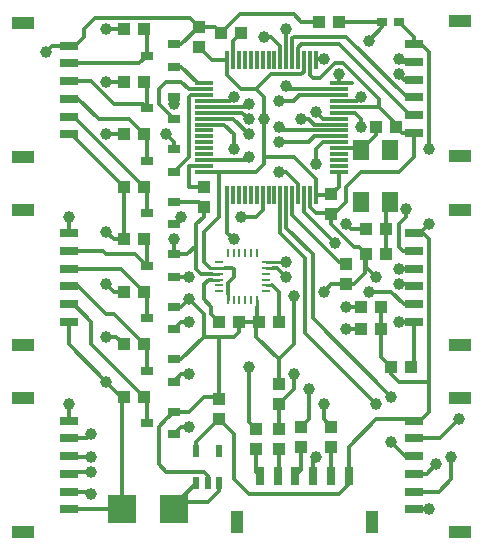
<source format=gbr>
G04 DipTrace Beta 2.3.9.1*
%INTop.gbr*%
%MOMM*%
%ADD10C,0.25*%
%ADD13C,0.3*%
%ADD15R,1.1X1.0*%
%ADD16R,1.0X1.1*%
%ADD18R,2.4X2.4*%
%ADD19R,1.5X0.7*%
%ADD20R,1.9X1.1*%
%ADD21R,0.7X1.5*%
%ADD22R,1.1X1.9*%
%ADD23R,0.9X0.8*%
%ADD26R,1.05X0.65*%
%ADD28R,1.6X0.3*%
%ADD29R,0.3X1.6*%
%ADD30R,0.6X1.1*%
%ADD33R,0.25X0.8*%
%ADD34R,0.8X0.25*%
%ADD36R,1.4X1.8*%
%ADD37C,1.0*%
%FSLAX53Y53*%
G04*
G71*
G90*
G75*
G01*
%LNTop*%
%LPD*%
X20365Y40480D2*
D13*
X15920Y44925D1*
X15715D1*
X20365Y27145D2*
X19730Y27780D1*
X18890D1*
Y32225D2*
X19525Y31590D1*
X20365D1*
Y36035D2*
Y40480D1*
X18890Y36670D2*
X19525Y36035D1*
X20365D1*
X18890Y44925D2*
X20365D1*
X18890Y49370D2*
X20365D1*
X18890Y53815D2*
X20365D1*
X18890Y23970D2*
X20160Y22700D1*
X20365D1*
X18890Y23970D2*
X15715Y27145D1*
Y29050D1*
X20365Y22700D2*
X20205Y22540D1*
Y13175D1*
X15715D2*
X20205D1*
X44925Y30550D2*
X44060D1*
X43020Y31590D1*
X41115D1*
X33495Y45560D2*
X33805Y45250D1*
X38575D1*
Y45750D2*
X36480D1*
X36035Y46195D1*
X35400D1*
X43655Y32225D2*
X44750D1*
X44925Y32050D1*
X38575Y46250D2*
X37250D1*
X36670Y46830D1*
X43655Y33495D2*
X43710Y33550D1*
X44925D1*
Y35050D2*
X44005D1*
X43655Y35400D1*
Y37305D1*
X44290Y37940D1*
Y38575D1*
X40480Y45560D2*
Y46195D1*
X39925Y46750D1*
X38575D1*
X27175Y45750D2*
X28860D1*
X29685Y44925D1*
Y43655D1*
X25875Y20160D2*
X25240D1*
X24605Y19525D1*
X27175Y46250D2*
X29630D1*
X30955Y44925D1*
X25875Y24605D2*
X25240D1*
X24605Y23970D1*
X27175Y46750D2*
X30400D1*
X30955Y46195D1*
X25875Y29050D2*
X25240D1*
X24605Y28415D1*
X27175Y47250D2*
X30740D1*
X30955Y47465D1*
X25875Y32860D2*
X24605D1*
X27175Y47750D2*
X29335D1*
X29685Y48100D1*
X25240Y37940D2*
X24605Y37305D1*
X27175Y48250D2*
X26025D1*
X25875Y48100D1*
Y43020D1*
X24605Y41750D1*
X27175Y48750D2*
X25860D1*
X25240Y49370D1*
X23970D1*
X23335Y48735D1*
Y47465D1*
X24605Y46195D1*
X27175Y49250D2*
X26630D1*
X25240Y50640D1*
X24605D1*
X35125Y51200D2*
Y52270D1*
X35400Y52545D1*
X38575D1*
X44575Y46545D1*
X44925D1*
X34625Y51200D2*
Y53040D1*
X34765Y53180D1*
X39210D1*
X44345Y48045D1*
X44925D1*
X34125Y51200D2*
Y53815D1*
X43655Y50005D2*
X44115Y49545D1*
X44925D1*
X33625Y51200D2*
Y52415D1*
X32860Y53180D1*
X32225D1*
X43655Y51275D2*
X43885Y51045D1*
X44925D1*
X22065Y49370D2*
X22305Y49130D1*
Y47145D1*
X21985Y47465D1*
X19525D1*
X17565Y49425D1*
X15715D1*
X22305Y51590D2*
X21640Y50925D1*
X15715D1*
X22065Y53815D2*
X22305Y53575D1*
Y51590D1*
X22065Y22700D2*
X22305Y22460D1*
Y20475D1*
X22065Y22700D2*
X17620Y27145D1*
Y29050D1*
X16120Y30550D1*
X15715D1*
X22065Y27145D2*
X22305Y26905D1*
Y24920D1*
X22065Y27145D2*
X19525Y29685D1*
X18890D1*
X16525Y32050D1*
X15715D1*
X22065Y31590D2*
X22305Y31350D1*
Y29365D1*
X22065Y31590D2*
X20105Y33550D1*
X15715D1*
X22065Y36035D2*
X22305Y35795D1*
Y33810D1*
X21350Y34765D1*
X18890D1*
X18605Y35050D1*
X15715D1*
X26725Y54030D2*
X28088D1*
X28620Y53498D1*
X24605Y52540D2*
X25236D1*
X26725Y54030D1*
X15715Y52425D2*
X16230D1*
X16985Y53180D1*
Y53815D1*
X17938Y54767D1*
X25988D1*
X26725Y54030D1*
X30115Y29050D2*
X31795D1*
X31665Y30880D2*
D10*
Y30330D1*
D13*
Y29180D1*
X31795Y29050D1*
X28415Y33130D2*
D10*
X27865D1*
D13*
X26875D1*
X26510Y33495D1*
Y35508D1*
Y37305D1*
X27145Y37940D1*
Y38780D1*
X24605Y39205D2*
X26720D1*
X27145Y38780D1*
X24605Y34760D2*
X25762D1*
X26510Y35508D1*
X27460Y15397D2*
Y16035D1*
X27145Y16350D1*
X23970D1*
X23335Y16985D1*
Y20160D1*
X23970Y20795D1*
X23975D1*
X24605Y21425D1*
X37940Y38145D2*
X38145D1*
X39210Y39210D1*
Y40480D1*
X40480Y41750D1*
X43655D1*
X44925Y43020D1*
Y45045D1*
X38575Y47250D2*
X41965D1*
X43655Y45560D1*
X43450D1*
X44925Y45045D2*
X43965D1*
X43450Y45560D1*
X37735Y37940D2*
X37940Y38145D1*
X15715Y36550D2*
Y37940D1*
X24605Y34760D2*
Y36035D1*
Y43650D2*
Y44290D1*
X23970Y44925D1*
X30115Y29050D2*
Y28210D1*
X29685Y27780D1*
X28415D1*
X27145D1*
X25240Y25875D1*
X24610D1*
X24605Y25870D1*
Y30315D2*
X25235D1*
X25875Y30955D1*
X24605Y21425D2*
X25870D1*
X27145Y22700D1*
X28210D1*
X28415Y22495D1*
Y27780D1*
X33495Y23765D2*
Y25875D1*
X31590Y27780D1*
Y28845D1*
X31795Y29050D1*
X36407Y16032D2*
Y17357D1*
X36670Y17620D1*
X44925Y13175D2*
X46195D1*
X44925Y29050D2*
Y25445D1*
X44720Y25240D1*
X39210Y32225D2*
X39845D1*
X40798Y33178D1*
Y34662D1*
X40900Y34765D1*
X37940Y38145D2*
Y37305D1*
X39845Y35400D1*
X40265D1*
X40900Y34765D1*
X41965Y47250D2*
Y47885D1*
X38893Y50958D1*
X38258D1*
X36988Y49688D1*
X36352D1*
X36125Y49915D1*
Y51200D1*
X36875Y54450D2*
X35400D1*
X34765Y55085D1*
X30207D1*
X28620Y53498D1*
X36125Y39800D2*
Y38803D1*
X36670Y38258D1*
X37828D1*
X37940Y38145D1*
X15715Y52425D2*
X14325D1*
X13810Y51910D1*
X15715Y20675D2*
Y22065D1*
X40900Y34765D2*
Y33710D1*
X41750Y32860D1*
X43655Y29050D2*
X44925D1*
X25875Y30955D2*
X27145Y29685D1*
Y27780D1*
X24605Y48095D2*
Y47465D1*
X39210Y32225D2*
X37940D1*
X37305Y31590D1*
X34765Y31272D2*
Y27145D1*
X33495Y25875D1*
X44925Y20675D2*
X45440D1*
X46195Y21430D1*
Y23970D1*
Y36035D1*
X45680Y36550D1*
X44925D1*
X35625Y51200D2*
Y50865D1*
X45123Y20477D2*
X44925Y20675D1*
X43020Y25240D2*
Y24605D1*
X43655Y23970D1*
X46195D1*
X39407Y16032D2*
Y18452D1*
X41750Y20795D1*
X45045D1*
X44925Y20675D1*
X39407Y16032D2*
Y18375D1*
X29125Y51200D2*
X27855D1*
X26725Y52330D1*
X26510Y18098D2*
Y18890D1*
X28415Y20795D1*
X43655Y54450D2*
X44925Y53180D1*
Y52545D1*
X29165Y30880D2*
D10*
Y31430D1*
D13*
Y32340D1*
X29685Y32860D1*
Y33495D1*
X29550Y33630D1*
X28965D1*
D10*
X28415D1*
X36625Y39800D2*
D13*
X37895D1*
X37940Y39845D1*
X42180Y30320D2*
Y28415D1*
Y26080D1*
X43020Y25240D1*
X28415Y33630D2*
D10*
X27645D1*
D13*
X27145Y34130D1*
Y36670D1*
X28415Y37940D1*
Y41750D1*
X27175D1*
X39407Y16032D2*
Y15277D1*
X38575Y14445D1*
X30955D1*
X29685Y15715D1*
Y19525D1*
X28415Y20795D1*
X29125Y51200D2*
Y49930D1*
X30320Y48735D1*
X31590D1*
X32225Y48100D1*
Y46195D1*
Y43020D1*
Y42385D1*
X31590Y41750D1*
X27175D1*
X36625Y39800D2*
Y41160D1*
X34765Y43020D1*
X32225D1*
X44925Y52545D2*
X45560D1*
X46195Y51910D1*
Y43655D1*
X44925Y36550D2*
X45440D1*
X46195Y37305D1*
X35625Y51200D2*
Y50230D1*
X35400Y50005D1*
X32860D1*
X31590Y48735D1*
X38575Y41750D2*
Y40480D1*
X37940Y39845D1*
X29625Y51200D2*
Y52803D1*
X30320Y53498D1*
X27175Y42250D2*
X25875D1*
Y40480D1*
X27145D1*
X24605Y13175D2*
Y13492D1*
X26510Y15397D1*
X28410D2*
Y14757D1*
X27462Y13810D1*
X25240D1*
X24605Y13175D1*
X28415Y32630D2*
D10*
X27865D1*
D13*
X27550D1*
X27145Y32225D1*
Y30955D1*
X27780Y30320D1*
Y29685D1*
X28415Y29050D1*
X32415Y32130D2*
D10*
X32955D1*
D13*
X33495Y31590D1*
Y29050D1*
X37940Y18460D2*
Y16065D1*
X37907Y16032D1*
X35400Y18460D2*
Y16525D1*
X34907Y16032D1*
X31590Y18255D2*
Y16350D1*
X31907Y16032D1*
X34625Y39800D2*
Y38080D1*
X38575Y34130D1*
X39005D1*
X39210Y33925D1*
X33495Y22065D2*
Y19955D1*
X38575Y44750D2*
X36495D1*
X36035Y44290D1*
X33495D1*
X34765Y24605D2*
Y23335D1*
X33495Y22065D1*
X38575Y43750D2*
X40340D1*
X40480Y43610D1*
X41750Y45560D2*
Y44880D1*
X40480Y43610D1*
X42600Y36885D2*
Y38930D1*
X42880Y39210D1*
X42600Y34765D2*
Y36885D1*
X38575Y44250D2*
X37265D1*
X36670Y43655D1*
Y42385D1*
X39210Y37305D2*
X39630Y36885D1*
X40900D1*
X33495Y18255D2*
Y16120D1*
X33407Y16032D1*
X44925Y14675D2*
X47060D1*
X48100Y15715D1*
Y17620D1*
X43020Y22700D2*
X36352Y29367D1*
Y34765D1*
X34125Y36992D1*
Y39800D1*
X38575Y48250D2*
X35232D1*
X34765Y47782D1*
X33495D1*
X17620Y14445D2*
X17390Y14675D1*
X15715D1*
X38575Y48750D2*
X34433D1*
X34130Y49053D1*
X17620Y16350D2*
X15890D1*
X15715Y16175D1*
X38575Y49250D2*
X39725D1*
X38575D2*
Y50005D1*
X17620Y17620D2*
X15715D1*
Y17675D1*
Y19175D2*
X17270D1*
X17620Y19525D1*
X37305Y51275D2*
X36700D1*
X36625Y51200D1*
X35125Y39800D2*
Y40120D1*
Y39800D2*
Y40755D1*
X34130Y41750D1*
X33495D1*
X48735Y20795D2*
X47115Y19175D1*
X44925D1*
X40480Y30320D2*
X39210D1*
X32415Y33630D2*
D10*
X32965D1*
D13*
X33360D1*
X34130Y32860D1*
X32415Y34130D2*
D10*
X34130D1*
X43020Y18890D2*
D13*
X44290Y17620D1*
X44870D1*
X44925Y17675D1*
X35625Y39800D2*
Y38350D1*
X38258Y35718D1*
X40480Y28415D2*
X39210D1*
X22065Y40480D2*
X22305Y40240D1*
Y38255D1*
X22065Y40480D2*
X16120Y46425D1*
X15715D1*
X22065Y44925D2*
X22305Y44685D1*
Y42700D1*
X22065Y44925D2*
X20795Y46195D1*
X18255D1*
X16525Y47925D1*
X15715D1*
X29125Y39800D2*
Y36595D1*
X29685Y36035D1*
X37305Y22065D2*
Y20795D1*
X37940Y20160D1*
X27175Y42750D2*
X30685D1*
X30955Y43020D1*
X36035Y23335D2*
Y20795D1*
X35400Y20160D1*
X32125Y39800D2*
Y38475D1*
X31590Y37940D1*
X30320D1*
X30955Y25240D2*
Y20590D1*
X31590Y19955D1*
X33625Y39800D2*
Y36540D1*
X35718Y34447D1*
Y28097D1*
X41750Y22065D1*
X46830Y16985D2*
X46020Y16175D1*
X44925D1*
X41750Y54450D2*
X38575D1*
X41750D2*
X42255D1*
X40480D1*
X42255D2*
Y54002D1*
X41115Y52863D1*
X40480Y48100D2*
X40130Y47750D1*
X38575D1*
Y54450D2*
X42255D1*
D37*
X18890Y27780D3*
Y32225D3*
Y36670D3*
Y44925D3*
Y49370D3*
Y53815D3*
Y23970D3*
Y27780D3*
Y23970D3*
X41115Y31590D3*
X33495Y45560D3*
X35400Y46195D3*
X43655Y32225D3*
X36670Y46830D3*
X43655Y33495D3*
X44290Y38575D3*
X40480Y45560D3*
X29685Y43655D3*
X25875Y20160D3*
X30955Y44925D3*
X25875Y24605D3*
X30955Y46195D3*
X25875Y29050D3*
X30955Y47465D3*
X25875Y32860D3*
X29685Y48100D3*
X25240Y37940D3*
X34125Y53815D3*
X43655Y50005D3*
X32225Y53180D3*
X43655Y51275D3*
X15715Y37940D3*
X24605Y36035D3*
X23970Y44925D3*
X24605Y36035D3*
X25875Y30955D3*
X24605Y36035D3*
X36670Y17620D3*
X46195Y13175D3*
X13810Y51910D3*
X15715Y37940D3*
Y22065D3*
Y37940D3*
Y22065D3*
X36670Y17620D3*
X46195Y13175D3*
X36670Y17620D3*
X41750Y32860D3*
X43655Y29050D3*
X24605Y47465D3*
X23970Y44925D3*
X37305Y31590D3*
X34765Y31272D3*
X46195Y43655D3*
X32225Y46195D3*
X46195Y37305D3*
Y43655D3*
X33495Y44290D3*
X34765Y24605D3*
X36670Y42385D3*
X39210Y37305D3*
X48100Y17620D3*
X43020Y22700D3*
X33495Y47782D3*
X17620Y14445D3*
X34130Y49053D3*
X17620Y16350D3*
X38575Y50005D3*
X17620Y17620D3*
Y19525D3*
X37305Y51275D3*
X33495Y41750D3*
X48735Y20795D3*
X39210Y30320D3*
X34130Y32860D3*
Y34130D3*
X43020Y18890D3*
X38258Y35718D3*
X39210Y28415D3*
X29685Y36035D3*
X37305Y22065D3*
X30955Y43020D3*
X36035Y23335D3*
X30320Y37940D3*
X30955Y25240D3*
X41750Y22065D3*
X46830Y16985D3*
X41115Y52863D3*
X40480Y48100D3*
D15*
X30320Y53498D3*
X28620D3*
D16*
X27145Y40480D3*
Y38780D3*
X26725Y52330D3*
Y54030D3*
X28415Y20795D3*
Y22495D3*
X37940Y39845D3*
Y38145D3*
X33495Y22065D3*
Y23765D3*
D15*
X43020Y25240D3*
X44720D3*
X28415Y29050D3*
X30115D3*
X33495D3*
X31795D3*
X38575Y54450D3*
X36875D3*
X42600Y34765D3*
X40900D3*
X41750Y45560D3*
X43450D3*
D18*
X24605Y13175D3*
X20205D3*
D19*
X44925Y52545D3*
Y51045D3*
Y49545D3*
Y48045D3*
Y46545D3*
Y45045D3*
D20*
X48825Y43095D3*
Y54495D3*
D19*
X15715Y29050D3*
Y30550D3*
Y32050D3*
Y33550D3*
Y35050D3*
Y36550D3*
D20*
X11815Y38500D3*
Y27100D3*
D19*
X44925Y36550D3*
Y35050D3*
Y33550D3*
Y32050D3*
Y30550D3*
Y29050D3*
D20*
X48825Y27100D3*
Y38500D3*
D19*
X15715Y44925D3*
Y46425D3*
Y47925D3*
Y49425D3*
Y50925D3*
Y52425D3*
D20*
X11815Y54375D3*
Y42975D3*
D19*
X44925Y20675D3*
Y19175D3*
Y17675D3*
Y16175D3*
Y14675D3*
Y13175D3*
D20*
X48825Y11225D3*
Y22625D3*
D19*
X15715Y13175D3*
Y14675D3*
Y16175D3*
Y17675D3*
Y19175D3*
Y20675D3*
D20*
X11815Y22625D3*
Y11225D3*
D21*
X39407Y16032D3*
X37907D3*
X36407D3*
X34907D3*
X33407D3*
X31907D3*
D22*
X29957Y12132D3*
X41357D3*
D23*
X43655Y54450D3*
X42255D3*
D26*
X24605Y37305D3*
Y39205D3*
X22305Y38255D3*
X24605Y32860D3*
Y34760D3*
X22305Y33810D3*
X24605Y28415D3*
Y30315D3*
X22305Y29365D3*
X24605Y23970D3*
Y25870D3*
X22305Y24920D3*
X24605Y19525D3*
Y21425D3*
X22305Y20475D3*
X24605Y41750D3*
Y43650D3*
X22305Y42700D3*
X24605Y46195D3*
Y48095D3*
X22305Y47145D3*
X24605Y50640D3*
Y52540D3*
X22305Y51590D3*
D15*
X22065Y40480D3*
X20365D3*
X22065Y36035D3*
X20365D3*
X22065Y31590D3*
X20365D3*
X22065Y27145D3*
X20365D3*
X22065Y22700D3*
X20365D3*
X22065Y44925D3*
X20365D3*
X22065Y49370D3*
X20365D3*
X22065Y53815D3*
X20365D3*
X40480Y30320D3*
X42180D3*
X40480Y28415D3*
X42180D3*
D16*
X37940Y20160D3*
Y18460D3*
X35400Y20160D3*
Y18460D3*
D15*
X42600Y36885D3*
X40900D3*
D16*
X31590Y18255D3*
Y19955D3*
X39210Y32225D3*
Y33925D3*
X33495Y18255D3*
Y19955D3*
D28*
X38575Y41750D3*
Y42250D3*
Y42750D3*
Y43250D3*
Y43750D3*
Y44250D3*
Y44750D3*
Y45250D3*
Y45750D3*
Y46250D3*
Y46750D3*
Y47250D3*
Y47750D3*
Y48250D3*
Y48750D3*
Y49250D3*
D29*
X36625Y51200D3*
X36125D3*
X35625D3*
X35125D3*
X34625D3*
X34125D3*
X33625D3*
X33125D3*
X32625D3*
X32125D3*
X31625D3*
X31125D3*
X30625D3*
X30125D3*
X29625D3*
X29125D3*
D28*
X27175Y49250D3*
Y48750D3*
Y48250D3*
Y47750D3*
Y47250D3*
Y46750D3*
Y46250D3*
Y45750D3*
Y45250D3*
Y44750D3*
Y44250D3*
Y43750D3*
Y43250D3*
Y42750D3*
Y42250D3*
Y41750D3*
D29*
X29125Y39800D3*
X29625D3*
X30125D3*
X30625D3*
X31125D3*
X31625D3*
X32125D3*
X32625D3*
X33125D3*
X33625D3*
X34125D3*
X34625D3*
X35125D3*
X35625D3*
X36125D3*
X36625D3*
D30*
X26510Y15397D3*
X27460D3*
X28410D3*
Y18098D3*
X26510D3*
D33*
X31665Y34880D3*
X31165D3*
X30665D3*
X30165D3*
X29665D3*
X29165D3*
D34*
X28415Y34130D3*
Y33630D3*
Y33130D3*
Y32630D3*
Y32130D3*
Y31630D3*
D33*
X29165Y30880D3*
X29665D3*
X30165D3*
X30665D3*
X31165D3*
X31665D3*
D34*
X32415Y31630D3*
Y32130D3*
Y32630D3*
Y33130D3*
Y33630D3*
Y34130D3*
D36*
X40480Y39210D3*
Y43610D3*
X42880Y39210D3*
Y43610D3*
M02*

</source>
